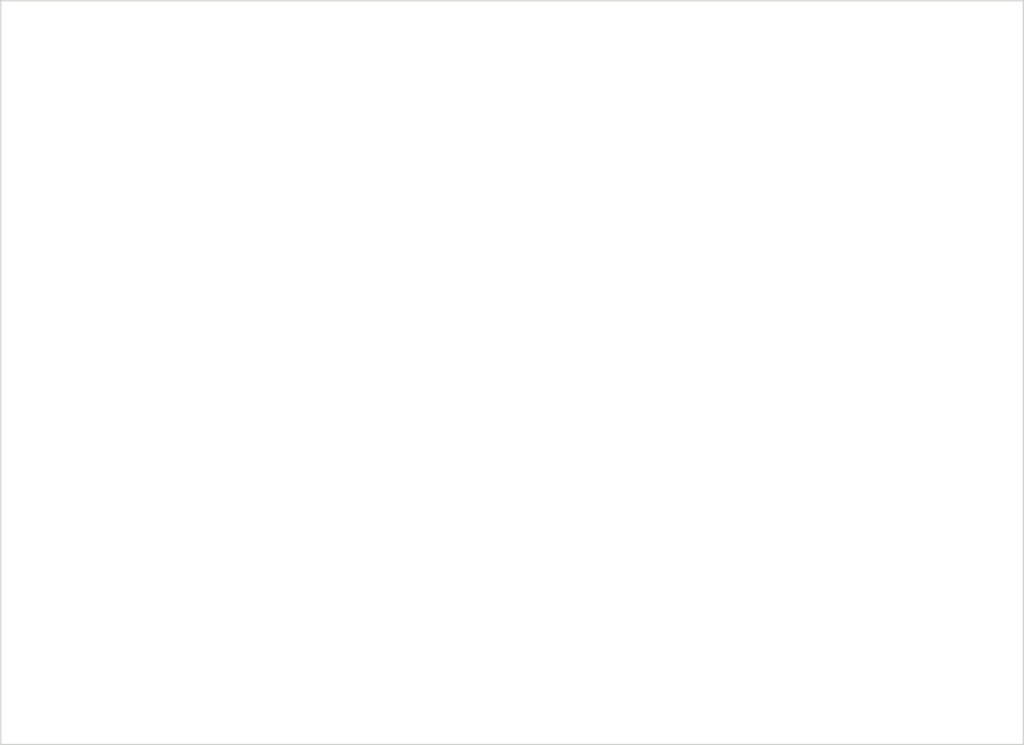
<source format=kicad_pcb>
(kicad_pcb
  (version 20240108)
  (generator "petfilter_schgen")
  (generator_version "1.0")
  (general
    (thickness 1.6)
    (legacy_teardrops no)
  )
  (paper "A4")
  (title_block
    (title "PetFilter - Main Board")
    (date "2026-02-15")
    (rev "0.1")
    (company "PetFilter")
  )
  (layers
    (0 "F.Cu" signal)
    (31 "B.Cu" signal)
    (32 "B.Adhes" user "B.Adhesive")
    (33 "F.Adhes" user "F.Adhesive")
    (34 "B.Paste" user)
    (35 "F.Paste" user)
    (36 "B.SilkS" user "B.Silkscreen")
    (37 "F.SilkS" user "F.Silkscreen")
    (38 "B.Mask" user "B.Mask")
    (39 "F.Mask" user "F.Mask")
    (40 "Dwgs.User" user "User.Drawings")
    (41 "Cmts.User" user "User.Comments")
    (42 "Eco1.User" user "User.Eco1")
    (43 "Eco2.User" user "User.Eco2")
    (44 "Edge.Cuts" user)
    (45 "Margin" user)
    (46 "B.CrtYd" user "B.Courtyard")
    (47 "F.CrtYd" user "F.Courtyard")
    (48 "B.Fab" user "B.Fabrication")
    (49 "F.Fab" user "F.Fabrication")
  )
  (setup
    (pad_to_mask_clearance 0.05)
    (allow_soldermask_bridges_in_footprints no)
    (pcbplotparams
      (layerselection 0x00010fc_ffffffff)
      (plot_on_all_layers_selection 0x0000000_00000000)
      (disableapertmacros no)
      (usegerberextensions yes)
      (usegerberattributes yes)
      (usegerberadvancedattributes yes)
      (creategerberjobfile no)
      (dashed_line_dash_ratio 12.000000)
      (dashed_line_gap_ratio 3.000000)
      (svgprecision 4)
      (plotframeref no)
      (viasonmask no)
      (mode 1)
      (useauxorigin no)
      (hpglpennumber 1)
      (hpglpenspeed 20)
      (hpglpendiameter 15.000000)
      (pdf_front_fp_property_popups yes)
      (pdf_back_fp_property_popups yes)
      (dxf_units mm)
      (dxf_use_pcbnew_font yes)
      (psnegative no)
      (psa4output no)
      (plotreference yes)
      (plotvalue yes)
      (plotfptext yes)
      (plotinvisibletext no)
      (sketchpadsonfab no)
      (subtractmaskfromsilk yes)
      (outputformat 1)
      (mirror no)
      (drillshape 1)
      (scaleselection 1)
      (outputdirectory "output/gerbers/")
    )
  )
  (net 0 "")
  (net 1 "+12V")
  (net 2 "+5V")
  (net 3 "+3V3")
  (net 4 "GND")
  (gr_rect
    (start 10 10)
    (end 120 90)
    (stroke (width 0.15) (type default))
    (fill none)
    (layer "Edge.Cuts")
    (uuid "c0000001-0000-4000-8000-000000000001")
  )
)

</source>
